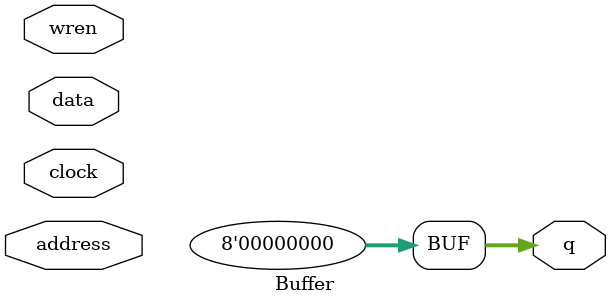
<source format=v>
module Buffer(	// file.cleaned.mlir:2:3
  input  [14:0] address,	// file.cleaned.mlir:2:24
  input         clock,	// file.cleaned.mlir:2:43
  input  [7:0]  data,	// file.cleaned.mlir:2:59
  input         wren,	// file.cleaned.mlir:2:74
  output [7:0]  q	// file.cleaned.mlir:2:90
);

  assign q = 8'h0;	// file.cleaned.mlir:3:14, :4:5
endmodule


</source>
